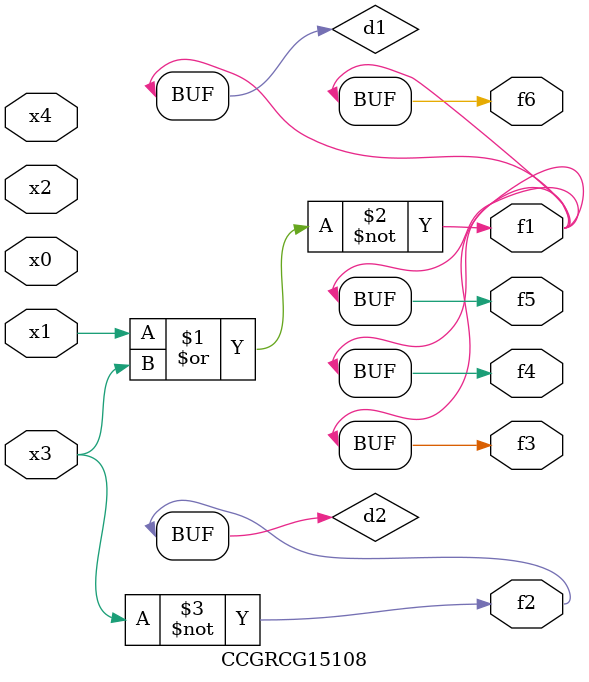
<source format=v>
module CCGRCG15108(
	input x0, x1, x2, x3, x4,
	output f1, f2, f3, f4, f5, f6
);

	wire d1, d2;

	nor (d1, x1, x3);
	not (d2, x3);
	assign f1 = d1;
	assign f2 = d2;
	assign f3 = d1;
	assign f4 = d1;
	assign f5 = d1;
	assign f6 = d1;
endmodule

</source>
